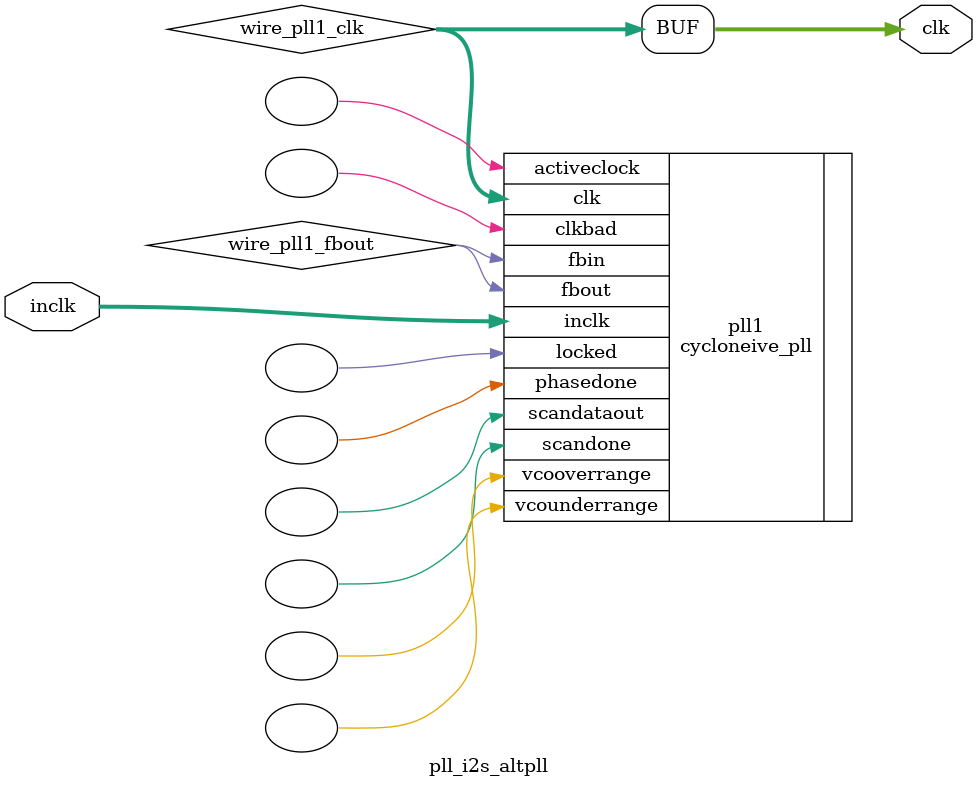
<source format=v>






//synthesis_resources = cycloneive_pll 1 
//synopsys translate_off
`timescale 1 ps / 1 ps
//synopsys translate_on
module  pll_i2s_altpll
	( 
	clk,
	inclk) /* synthesis synthesis_clearbox=1 */;
	output   [4:0]  clk;
	input   [1:0]  inclk;
`ifndef ALTERA_RESERVED_QIS
// synopsys translate_off
`endif
	tri0   [1:0]  inclk;
`ifndef ALTERA_RESERVED_QIS
// synopsys translate_on
`endif

	wire  [4:0]   wire_pll1_clk;
	wire  wire_pll1_fbout;

	cycloneive_pll   pll1
	( 
	.activeclock(),
	.clk(wire_pll1_clk),
	.clkbad(),
	.fbin(wire_pll1_fbout),
	.fbout(wire_pll1_fbout),
	.inclk(inclk),
	.locked(),
	.phasedone(),
	.scandataout(),
	.scandone(),
	.vcooverrange(),
	.vcounderrange()
	`ifndef FORMAL_VERIFICATION
	// synopsys translate_off
	`endif
	,
	.areset(1'b0),
	.clkswitch(1'b0),
	.configupdate(1'b0),
	.pfdena(1'b1),
	.phasecounterselect({3{1'b0}}),
	.phasestep(1'b0),
	.phaseupdown(1'b0),
	.scanclk(1'b0),
	.scanclkena(1'b1),
	.scandata(1'b0)
	`ifndef FORMAL_VERIFICATION
	// synopsys translate_on
	`endif
	);
	defparam
		pll1.bandwidth_type = "auto",
		pll1.clk0_divide_by = 625,
		pll1.clk0_duty_cycle = 50,
		pll1.clk0_multiply_by = 16,
		pll1.clk0_phase_shift = "0",
		pll1.clk1_divide_by = 2500,
		pll1.clk1_duty_cycle = 50,
		pll1.clk1_multiply_by = 1,
		pll1.clk1_phase_shift = "0",
		pll1.compensate_clock = "clk0",
		pll1.inclk0_input_frequency = 10000,
		pll1.operation_mode = "normal",
		pll1.pll_type = "auto",
		pll1.lpm_type = "cycloneive_pll";
	assign
		clk = {wire_pll1_clk[4:0]};
endmodule //pll_i2s_altpll
//VALID FILE

</source>
